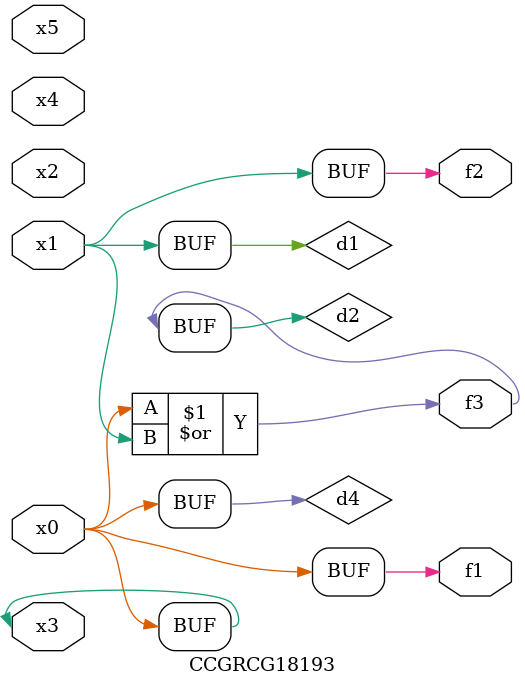
<source format=v>
module CCGRCG18193(
	input x0, x1, x2, x3, x4, x5,
	output f1, f2, f3
);

	wire d1, d2, d3, d4;

	and (d1, x1);
	or (d2, x0, x1);
	nand (d3, x0, x5);
	buf (d4, x0, x3);
	assign f1 = d4;
	assign f2 = d1;
	assign f3 = d2;
endmodule

</source>
